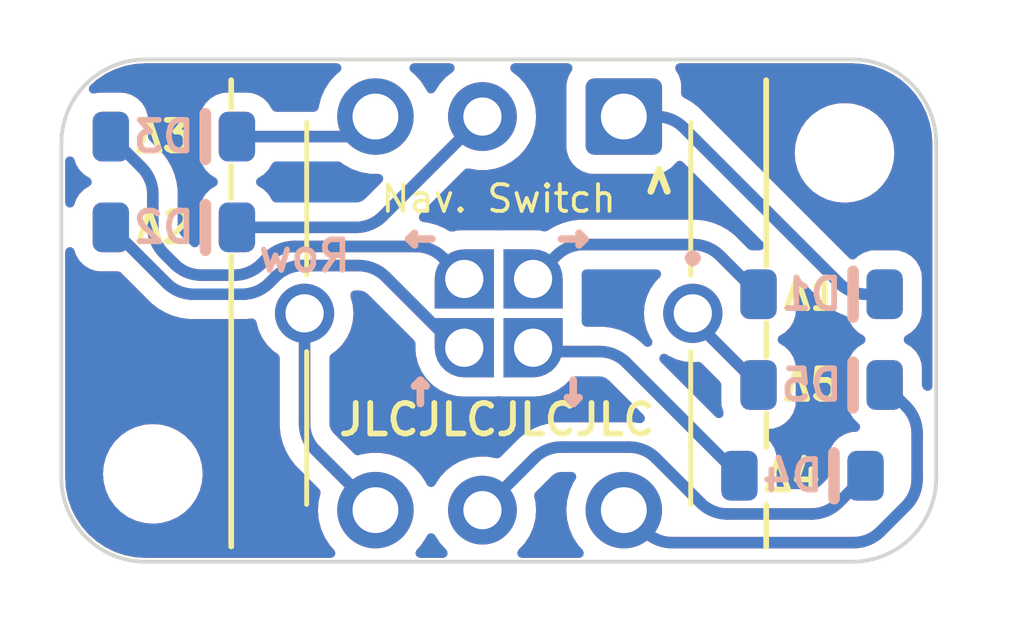
<source format=kicad_pcb>
(kicad_pcb (version 20221018) (generator pcbnew)
  (layers (0 "F.Cu" signal) (31 "B.Cu" signal) (34 "B.Paste" user) (35 "F.Paste" user) (36 "B.SilkS" user "B.Silkscreen") (37 "F.SilkS" user "F.Silkscreen") (38 "B.Mask" user) (39 "F.Mask" user) (44 "Edge.Cuts" user))
  (net 0 "")
  (net 1 "North")
  (net 2 "A")
  (net 3 "West")
  (net 4 "B")
  (net 5 "South")
  (net 6 "C")
  (net 7 "East")
  (net 8 "D")
  (net 9 "Centre")
  (net 10 "Push")
  (net 11 "Row")
  (footprint "_Project_Library:PinHeader_1x01" (layer "F.Cu") (at 153.97 52)
    (fp_text reference "J3" hide)
    (fp_text value "Conn_01x01_Pin" hide)
    (pad "1" thru_hole circle (at 0 0) (size 1.55 1.55) (drill 1) (layers "*.Cu" "B.Mask") (net 11 "Row"))
  )
  (footprint "MountingHole:MountingHole_2.1mm" (layer "F.Cu") (at 150 56.2)
    (fp_text reference "H1" hide)
    (fp_text value "MountingHole" hide)
    (pad "" np_thru_hole circle (at 0 0) (size 2.1 2.1) (drill 2.1) (layers "*.Cu" "*.Mask"))
  )
  (footprint "_Project_Library:PinHeader_2x02" (layer "F.Cu") (at 159.05 52)
    (fp_text reference "J1" hide)
    (fp_text value "Conn_01x06" hide)
    (pad "1" thru_hole roundrect (at 0.9 -0.9) (size 1.55 1.55) (drill 1) (layers "*.Cu" "B.Mask") (roundrect_rratio 0.5) (chamfer_ratio 0) (chamfer top_left bottom_left bottom_right) (net 1 "North"))
    (pad "2" thru_hole roundrect (at -0.9 0.9) (size 1.55 1.55) (drill 1) (layers "*.Cu" "B.Mask") (roundrect_rratio 0.5) (chamfer_ratio 0) (chamfer top_left top_right bottom_right) (net 3 "West"))
    (pad "3" thru_hole roundrect (at -0.9 -0.9) (size 1.55 1.55) (drill 1) (layers "*.Cu" "B.Mask") (roundrect_rratio 0.5) (chamfer_ratio 0) (chamfer top_right bottom_left bottom_right) (net 5 "South"))
    (pad "4" thru_hole roundrect (at 0.9 0.9) (size 1.55 1.55) (drill 1) (layers "*.Cu" "B.Mask") (roundrect_rratio 0.5) (chamfer_ratio 0) (chamfer top_left top_right bottom_left) (net 7 "East"))
  )
  (footprint "MountingHole:MountingHole_2.1mm" (layer "F.Cu") (at 168.1 47.8)
    (fp_text reference "H2" hide)
    (fp_text value "MountingHole" hide)
    (pad "" np_thru_hole circle (at 0 0) (size 2.1 2.1) (drill 2.1) (layers "*.Cu" "*.Mask"))
  )
  (footprint "_Project_Library:D_SOD-123" (layer "F.Cu") (at 167 56.25 180)
    (fp_text reference "Δ4" (at 0.262499 0 180) (layer "F.SilkS") (effects (font (size 0.8 0.8))))
    (fp_text value "D" hide)
    (fp_line (start -0.825 -0.6) (end -0.825 0.6) (stroke (width 0.3)) (layer "F.SilkS"))
    (pad "1" smd roundrect (at -1.65 0 180) (size 0.95 1.3) (layers "F.Cu" "F.Paste" "F.Mask") (net 8 "D"))
    (pad "2" smd roundrect (at 1.65 0 180) (size 0.95 1.3) (layers "F.Cu" "F.Paste" "F.Mask") (net 7 "East"))
  )
  (footprint "_Project_Library:D_SOD-123" (layer "F.Cu") (at 167.5 53.875 180)
    (fp_text reference "Δ5" (at 0.262499 0 180) (layer "F.SilkS") (effects (font (size 0.8 0.8))))
    (fp_text value "D" hide)
    (fp_line (start -0.825 -0.6) (end -0.825 0.6) (stroke (width 0.3)) (layer "F.SilkS"))
    (pad "1" smd roundrect (at -1.65 0 180) (size 0.95 1.3) (layers "F.Cu" "F.Paste" "F.Mask") (net 10 "Push"))
    (pad "2" smd roundrect (at 1.65 0 180) (size 0.95 1.3) (layers "F.Cu" "F.Paste" "F.Mask") (net 9 "Centre"))
  )
  (footprint "_Project_Library:D_SOD-123" (layer "F.Cu") (at 150.55 47.375 180)
    (fp_text reference "Δ3" (at 0.262499 0 180) (layer "F.SilkS") (effects (font (size 0.8 0.8))))
    (fp_text value "D" hide)
    (fp_line (start -0.825 -0.6) (end -0.825 0.6) (stroke (width 0.3)) (layer "F.SilkS"))
    (pad "1" smd roundrect (at -1.65 0 180) (size 0.95 1.3) (layers "F.Cu" "F.Paste" "F.Mask") (net 6 "C"))
    (pad "2" smd roundrect (at 1.65 0 180) (size 0.95 1.3) (layers "F.Cu" "F.Paste" "F.Mask") (net 5 "South"))
  )
  (footprint "_Project_Library:D_SOD-123" (layer "F.Cu") (at 150.55 49.75 180)
    (fp_text reference "Δ2" (at 0.262499 0 180) (layer "F.SilkS") (effects (font (size 0.8 0.8))))
    (fp_text value "D" hide)
    (fp_line (start -0.825 -0.6) (end -0.825 0.6) (stroke (width 0.3)) (layer "F.SilkS"))
    (pad "1" smd roundrect (at -1.65 0 180) (size 0.95 1.3) (layers "F.Cu" "F.Paste" "F.Mask") (net 4 "B"))
    (pad "2" smd roundrect (at 1.65 0 180) (size 0.95 1.3) (layers "F.Cu" "F.Paste" "F.Mask") (net 3 "West"))
  )
  (footprint "_Project_Library:SW_MX_1u_Outline" (layer "F.Cu") (at 159.05 52)
    (fp_text reference "H3" hide)
    (fp_text value "MxOutline" hide)
  )
  (footprint "_Project_Library:D_SOD-123" (layer "F.Cu") (at 167.5 51.5 180)
    (fp_text reference "Δ1" (at 0.262499 0 180) (layer "F.SilkS") (effects (font (size 0.8 0.8))))
    (fp_text value "D" hide)
    (fp_line (start -0.825 -0.6) (end -0.825 0.6) (stroke (width 0.3)) (layer "F.SilkS"))
    (pad "1" smd roundrect (at -1.65 0 180) (size 0.95 1.3) (layers "F.Cu" "F.Paste" "F.Mask") (net 2 "A"))
    (pad "2" smd roundrect (at 1.65 0 180) (size 0.95 1.3) (layers "F.Cu" "F.Paste" "F.Mask") (net 1 "North"))
  )
  (footprint "_Project_Library:PinHeader_1x01" (layer "F.Cu") (at 164.13 52)
    (fp_text reference "J2" hide)
    (fp_text value "Conn_01x01_Pin" hide)
    (pad "1" thru_hole circle (at 0 0) (size 1.55 1.55) (drill 1) (layers "*.Cu" "B.Mask") (net 9 "Centre"))
  )
  (footprint "_Project_Library:Nav_Switch_SKQUAAA010" (layer "F.Cu") (at 159.05 52 -90)
    (fp_text reference "U1" hide)
    (fp_text value "SKQUAAA010" hide)
    (fp_text user "Nav. Switch" (at -3 0 unlocked) (layer "F.SilkS") (effects (font (size 0.7 0.7) (thickness 0.1))))
    (fp_text user "<" (at -4.064 -3.81 -90 unlocked) (layer "F.SilkS") (effects (font (size 0.75 0.75) (thickness 0.18) bold) (justify left bottom)))
    (fp_line (start -5 -5.025) (end -1 -5.025) (stroke (width 0.127)) (layer "F.SilkS"))
    (fp_line (start -5 5.025) (end -1 5.025) (stroke (width 0.127)) (layer "F.SilkS"))
    (fp_line (start 1 -5.025) (end 5 -5.025) (stroke (width 0.127)) (layer "F.SilkS"))
    (fp_line (start 1 5.025) (end 5 5.025) (stroke (width 0.127)) (layer "F.SilkS"))
    (pad "1" thru_hole roundrect (at -5.15 -3.275 270) (size 2 2) (drill 1.2) (layers "*.Cu" "*.Mask") (roundrect_rratio 0.1136363636) (net 2 "A"))
    (pad "2" thru_hole circle (at -5.15 0.425 270) (size 1.8 1.8) (drill 1) (layers "*.Cu" "*.Mask") (net 4 "B"))
    (pad "3" thru_hole circle (at -5.15 3.225 270) (size 2 2) (drill 1.2) (layers "*.Cu" "*.Mask") (net 6 "C"))
    (pad "4" thru_hole circle (at 5.15 3.225 270) (size 2 2) (drill 1.2) (layers "*.Cu" "*.Mask") (net 11 "Row"))
    (pad "5" thru_hole circle (at 5.15 0.425 270) (size 1.8 1.8) (drill 1) (layers "*.Cu" "*.Mask") (net 8 "D"))
    (pad "6" thru_hole circle (at 5.15 -3.275 270) (size 2 2) (drill 1.2) (layers "*.Cu" "*.Mask") (net 10 "Push"))
  )
  (footprint "_Project_Library:D_SOD-123" (layer "B.Cu") (at 150.55 47.375 180)
    (fp_text reference "D3" (at 0.262499 0) (layer "B.SilkS") (effects (font (size 0.8 0.8)) (justify mirror)))
    (fp_text value "D" hide)
    (fp_line (start -0.825 0.6) (end -0.825 -0.6) (stroke (width 0.3)) (layer "B.SilkS"))
    (pad "1" smd roundrect (at -1.65 0 180) (size 0.95 1.3) (layers "B.Cu" "B.Paste" "B.Mask") (net 6 "C"))
    (pad "2" smd roundrect (at 1.65 0 180) (size 0.95 1.3) (layers "B.Cu" "B.Paste" "B.Mask") (net 5 "South"))
  )
  (footprint "_Project_Library:D_SOD-123" (layer "B.Cu") (at 150.55 49.75 180)
    (fp_text reference "D2" (at 0.262499 0) (layer "B.SilkS") (effects (font (size 0.8 0.8)) (justify mirror)))
    (fp_text value "D" hide)
    (fp_line (start -0.825 0.6) (end -0.825 -0.6) (stroke (width 0.3)) (layer "B.SilkS"))
    (pad "1" smd roundrect (at -1.65 0 180) (size 0.95 1.3) (layers "B.Cu" "B.Paste" "B.Mask") (net 4 "B"))
    (pad "2" smd roundrect (at 1.65 0 180) (size 0.95 1.3) (layers "B.Cu" "B.Paste" "B.Mask") (net 3 "West"))
  )
  (footprint "_Project_Library:D_SOD-123" (layer "B.Cu") (at 167 56.25 180)
    (fp_text reference "D4" (at 0.262499 0) (layer "B.SilkS") (effects (font (size 0.8 0.8)) (justify mirror)))
    (fp_text value "D" hide)
    (fp_line (start -0.825 0.6) (end -0.825 -0.6) (stroke (width 0.3)) (layer "B.SilkS"))
    (pad "1" smd roundrect (at -1.65 0 180) (size 0.95 1.3) (layers "B.Cu" "B.Paste" "B.Mask") (net 8 "D"))
    (pad "2" smd roundrect (at 1.65 0 180) (size 0.95 1.3) (layers "B.Cu" "B.Paste" "B.Mask") (net 7 "East"))
  )
  (footprint "_Project_Library:D_SOD-123" (layer "B.Cu") (at 167.5 53.875 180)
    (fp_text reference "D5" (at 0.262499 0) (layer "B.SilkS") (effects (font (size 0.8 0.8)) (justify mirror)))
    (fp_text value "D" hide)
    (fp_line (start -0.825 0.6) (end -0.825 -0.6) (stroke (width 0.3)) (layer "B.SilkS"))
    (pad "1" smd roundrect (at -1.65 0 180) (size 0.95 1.3) (layers "B.Cu" "B.Paste" "B.Mask") (net 10 "Push"))
    (pad "2" smd roundrect (at 1.65 0 180) (size 0.95 1.3) (layers "B.Cu" "B.Paste" "B.Mask") (net 9 "Centre"))
  )
  (footprint "_Project_Library:D_SOD-123" (layer "B.Cu") (at 167.5 51.5 180)
    (fp_text reference "D1" (at 0.262499 0) (layer "B.SilkS") (effects (font (size 0.8 0.8)) (justify mirror)))
    (fp_text value "D" hide)
    (fp_line (start -0.825 0.6) (end -0.825 -0.6) (stroke (width 0.3)) (layer "B.SilkS"))
    (pad "1" smd roundrect (at -1.65 0 180) (size 0.95 1.3) (layers "B.Cu" "B.Paste" "B.Mask") (net 2 "A"))
    (pad "2" smd roundrect (at 1.65 0 180) (size 0.95 1.3) (layers "B.Cu" "B.Paste" "B.Mask") (net 1 "North"))
  )
  (gr_line (start 166.05 55.5) (end 166.05 54.625) (stroke (width 0.15)) (layer "F.SilkS"))
  (gr_line (start 166.05 53.125) (end 166.05 52.25) (stroke (width 0.15)) (layer "F.SilkS"))
  (gr_line (start 152.05 49) (end 152.05 48.125) (stroke (width 0.15)) (layer "F.SilkS"))
  (gr_line (start 152.05 46.625) (end 152.05 45.9) (stroke (width 0.15)) (layer "F.SilkS"))
  (gr_line (start 152.05 58.1) (end 152.05 50.5) (stroke (width 0.15)) (layer "F.SilkS"))
  (gr_line (start 166.05 58.1) (end 166.05 57) (stroke (width 0.15)) (layer "F.SilkS"))
  (gr_line (start 166.05 45.9) (end 166.05 50.75) (stroke (width 0.15)) (layer "F.SilkS"))
  (gr_line (start 149.805635 45.355635) (end 168.3 45.355635) (stroke (width 0.1)) (layer "Edge.Cuts"))
  (gr_line (start 170.5 47.555635) (end 170.5 56.3) (stroke (width 0.1)) (layer "Edge.Cuts"))
  (gr_arc (start 170.5 56.3) (mid 169.855635 57.855635) (end 168.3 58.5) (stroke (width 0.1)) (layer "Edge.Cuts"))
  (gr_arc (start 149.805635 58.5) (mid 148.25 57.855635) (end 147.605635 56.3) (stroke (width 0.1)) (layer "Edge.Cuts"))
  (gr_line (start 147.605635 56.3) (end 147.605635 47.555635) (stroke (width 0.1)) (layer "Edge.Cuts"))
  (gr_arc (start 168.3 45.355635) (mid 169.855635 46) (end 170.5 47.555635) (stroke (width 0.1)) (layer "Edge.Cuts"))
  (gr_line (start 168.3 58.5) (end 149.805635 58.5) (stroke (width 0.1)) (layer "Edge.Cuts"))
  (gr_arc (start 147.605635 47.555635) (mid 148.25 46) (end 149.805635 45.355635) (stroke (width 0.1)) (layer "Edge.Cuts"))
  (gr_text "←" (at 157 50) (layer "B.SilkS") (effects (font (size 0.8 0.8) (thickness 0.2) bold)))
  (gr_text "Row" (at 153.97 50.5) (layer "B.SilkS") (effects (font (size 0.8 0.8) (thickness 0.15) bold) (justify mirror)))
  (gr_text "↑" (at 157 54) (layer "B.SilkS") (effects (font (size 0.8 0.8) (thickness 0.2) bold) (justify mirror)))
  (gr_text "↓" (at 161 54) (layer "B.SilkS") (effects (font (size 0.8 0.8) (thickness 0.2) bold)))
  (gr_text "•" (at 164.13 50.5) (layer "B.SilkS") (effects (font (size 0.8 0.8) (thickness 0.2) bold)))
  (gr_text "→" (at 161 50) (layer "B.SilkS") (effects (font (size 0.8 0.8) (thickness 0.2) bold)))
  (gr_text "JLCJLCJLCJLC" (at 154.790714 55.25) (layer "F.SilkS") (effects (font (size 0.8 0.8) (thickness 0.15) bold) (justify left bottom)))
  (segment (start 160.557107 50.492893) (end 160.05 51) (width 0.3) (layer "F.Cu") (net 1))
  (segment (start 165.85 51.5) (end 164.842893 50.492893) (width 0.3) (layer "F.Cu") (net 1))
  (segment (start 164.135786 50.2) (end 161.264214 50.2) (width 0.3) (layer "F.Cu") (net 1))
  (arc (start 164.842893 50.492893) (mid 164.51847 50.27612) (end 164.135786 50.2) (width 0.3) (layer "F.Cu") (net 1))
  (arc (start 160.557107 50.492893) (mid 160.88153 50.27612) (end 161.264214 50.2) (width 0.3) (layer "F.Cu") (net 1))
  (segment (start 164.135786 50.2) (end 161.264214 50.2) (width 0.3) (layer "B.Cu") (net 1))
  (segment (start 160.557107 50.492893) (end 160.05 51) (width 0.3) (layer "B.Cu") (net 1))
  (segment (start 165.85 51.5) (end 164.842893 50.492893) (width 0.3) (layer "B.Cu") (net 1))
  (arc (start 164.842893 50.492893) (mid 164.51847 50.27612) (end 164.135786 50.2) (width 0.3) (layer "B.Cu") (net 1))
  (arc (start 161.264214 50.2) (mid 160.881531 50.27612) (end 160.557107 50.492893) (width 0.3) (layer "B.Cu") (net 1))
  (segment (start 167.957107 51.207107) (end 163.892893 47.142893) (width 0.3) (layer "F.Cu") (net 2))
  (segment (start 169.15 51.5) (end 168.664214 51.5) (width 0.3) (layer "F.Cu") (net 2))
  (segment (start 163.185786 46.85) (end 162.325 46.85) (width 0.3) (layer "F.Cu") (net 2))
  (arc (start 163.185786 46.85) (mid 163.568469 46.92612) (end 163.892893 47.142893) (width 0.3) (layer "F.Cu") (net 2))
  (arc (start 168.664214 51.5) (mid 168.281531 51.42388) (end 167.957107 51.207107) (width 0.3) (layer "F.Cu") (net 2))
  (segment (start 169.15 51.5) (end 168.664214 51.5) (width 0.3) (layer "B.Cu") (net 2))
  (segment (start 167.957107 51.207107) (end 163.892893 47.142893) (width 0.3) (layer "B.Cu") (net 2))
  (segment (start 163.185786 46.85) (end 162.325 46.85) (width 0.3) (layer "B.Cu") (net 2))
  (arc (start 163.185786 46.85) (mid 163.568469 46.92612) (end 163.892893 47.142893) (width 0.3) (layer "B.Cu") (net 2))
  (arc (start 167.957107 51.207107) (mid 168.28153 51.42388) (end 168.664214 51.5) (width 0.3) (layer "B.Cu") (net 2))
  (segment (start 153.914214 50.75) (end 155.385786 50.75) (width 0.3) (layer "F.Cu") (net 3))
  (segment (start 151.064214 51.5) (end 152.335786 51.5) (width 0.3) (layer "F.Cu") (net 3))
  (segment (start 148.9 49.75) (end 150.357107 51.207107) (width 0.3) (layer "F.Cu") (net 3))
  (segment (start 153.042893 51.207107) (end 153.207107 51.042893) (width 0.3) (layer "F.Cu") (net 3))
  (segment (start 156.092893 51.042893) (end 158.05 53) (width 0.3) (layer "F.Cu") (net 3))
  (arc (start 156.092893 51.042893) (mid 155.76847 50.82612) (end 155.385786 50.75) (width 0.3) (layer "F.Cu") (net 3))
  (arc (start 150.357107 51.207107) (mid 150.68153 51.42388) (end 151.064214 51.5) (width 0.3) (layer "F.Cu") (net 3))
  (arc (start 152.335786 51.5) (mid 152.718469 51.42388) (end 153.042893 51.207107) (width 0.3) (layer "F.Cu") (net 3))
  (arc (start 153.207107 51.042893) (mid 153.53153 50.82612) (end 153.914214 50.75) (width 0.3) (layer "F.Cu") (net 3))
  (segment (start 151.064214 51.5) (end 152.335786 51.5) (width 0.3) (layer "B.Cu") (net 3))
  (segment (start 153.914214 50.75) (end 155.385786 50.75) (width 0.3) (layer "B.Cu") (net 3))
  (segment (start 148.9 49.75) (end 150.357107 51.207107) (width 0.3) (layer "B.Cu") (net 3))
  (segment (start 153.042893 51.207107) (end 153.207107 51.042893) (width 0.3) (layer "B.Cu") (net 3))
  (segment (start 156.092893 51.042893) (end 158.05 53) (width 0.3) (layer "B.Cu") (net 3))
  (arc (start 153.042893 51.207107) (mid 152.71847 51.42388) (end 152.335786 51.5) (width 0.3) (layer "B.Cu") (net 3))
  (arc (start 150.357107 51.207107) (mid 150.68153 51.42388) (end 151.064214 51.5) (width 0.3) (layer "B.Cu") (net 3))
  (arc (start 153.207107 51.042893) (mid 153.53153 50.82612) (end 153.914214 50.75) (width 0.3) (layer "B.Cu") (net 3))
  (arc (start 156.092893 51.042893) (mid 155.76847 50.82612) (end 155.385786 50.75) (width 0.3) (layer "B.Cu") (net 3))
  (segment (start 156.017893 49.457107) (end 158.625 46.85) (width 0.3) (layer "F.Cu") (net 4))
  (segment (start 152.2 49.75) (end 155.310786 49.75) (width 0.3) (layer "F.Cu") (net 4))
  (arc (start 156.017893 49.457107) (mid 155.69347 49.67388) (end 155.310786 49.75) (width 0.3) (layer "F.Cu") (net 4))
  (segment (start 156.017893 49.457107) (end 158.625 46.85) (width 0.3) (layer "B.Cu") (net 4))
  (segment (start 152.2 49.75) (end 155.310786 49.75) (width 0.3) (layer "B.Cu") (net 4))
  (arc (start 155.310786 49.75) (mid 155.693469 49.67388) (end 156.017893 49.457107) (width 0.3) (layer "B.Cu") (net 4))
  (segment (start 152.12868 51) (end 151.27132 51) (width 0.3) (layer "F.Cu") (net 5))
  (segment (start 149.707107 48.182107) (end 148.9 47.375) (width 0.3) (layer "F.Cu") (net 5))
  (segment (start 150 49.72868) (end 150 48.889214) (width 0.3) (layer "F.Cu") (net 5))
  (segment (start 153 50.542894) (end 152.835787 50.707107) (width 0.3) (layer "F.Cu") (net 5))
  (segment (start 156.885786 50.25) (end 153.707107 50.25) (width 0.3) (layer "F.Cu") (net 5))
  (segment (start 150.564213 50.707107) (end 150.292893 50.435787) (width 0.3) (layer "F.Cu") (net 5))
  (segment (start 158.05 51) (end 157.592893 50.542893) (width 0.3) (layer "F.Cu") (net 5))
  (arc (start 151.27132 51) (mid 150.888637 50.92388) (end 150.564213 50.707107) (width 0.3) (layer "F.Cu") (net 5))
  (arc (start 156.885786 50.25) (mid 157.268469 50.32612) (end 157.592893 50.542893) (width 0.3) (layer "F.Cu") (net 5))
  (arc (start 152.835787 50.707107) (mid 152.511364 50.92388) (end 152.12868 51) (width 0.3) (layer "F.Cu") (net 5))
  (arc (start 150 48.889214) (mid 149.92388 48.506531) (end 149.707107 48.182107) (width 0.3) (layer "F.Cu") (net 5))
  (arc (start 150 49.72868) (mid 150.07612 50.111363) (end 150.292893 50.435787) (width 0.3) (layer "F.Cu") (net 5))
  (arc (start 153.707107 50.25) (mid 153.324423 50.326121) (end 153 50.542894) (width 0.3) (layer "F.Cu") (net 5))
  (segment (start 150.292893 50.435787) (end 150.564213 50.707107) (width 0.3) (layer "B.Cu") (net 5))
  (segment (start 157.592893 50.542893) (end 158.05 51) (width 0.3) (layer "B.Cu") (net 5))
  (segment (start 148.9 47.375) (end 149.707107 48.182107) (width 0.3) (layer "B.Cu") (net 5))
  (segment (start 153.707108 50.25) (end 156.885786 50.25) (width 0.3) (layer "B.Cu") (net 5))
  (segment (start 151.27132 51) (end 152.12868 51) (width 0.3) (layer "B.Cu") (net 5))
  (segment (start 150 48.889214) (end 150 49.72868) (width 0.3) (layer "B.Cu") (net 5))
  (segment (start 152.835787 50.707107) (end 153.000001 50.542893) (width 0.3) (layer "B.Cu") (net 5))
  (arc (start 153.000001 50.542893) (mid 153.324424 50.32612) (end 153.707108 50.25) (width 0.3) (layer "B.Cu") (net 5))
  (arc (start 150 48.889214) (mid 149.92388 48.506531) (end 149.707107 48.182107) (width 0.3) (layer "B.Cu") (net 5))
  (arc (start 150.564213 50.707107) (mid 150.888636 50.92388) (end 151.27132 51) (width 0.3) (layer "B.Cu") (net 5))
  (arc (start 156.885786 50.25) (mid 157.268469 50.32612) (end 157.592893 50.542893) (width 0.3) (layer "B.Cu") (net 5))
  (arc (start 150.292893 50.435787) (mid 150.07612 50.111364) (end 150 49.72868) (width 0.3) (layer "B.Cu") (net 5))
  (arc (start 152.835787 50.707107) (mid 152.511364 50.92388) (end 152.12868 51) (width 0.3) (layer "B.Cu") (net 5))
  (segment (start 152.2 47.375) (end 155.3 47.375) (width 0.3) (layer "F.Cu") (net 6))
  (segment (start 152.2 47.375) (end 155.3 47.375) (width 0.3) (layer "B.Cu") (net 6))
  (segment (start 161.685786 53) (end 160.05 53) (width 0.3) (layer "F.Cu") (net 7))
  (segment (start 165.35 56.25) (end 162.392893 53.292893) (width 0.3) (layer "F.Cu") (net 7))
  (arc (start 161.685786 53) (mid 162.068469 53.07612) (end 162.392893 53.292893) (width 0.3) (layer "F.Cu") (net 7))
  (segment (start 162.392893 53.292893) (end 165.35 56.25) (width 0.3) (layer "B.Cu") (net 7))
  (segment (start 160.05 53) (end 161.685786 53) (width 0.3) (layer "B.Cu") (net 7))
  (arc (start 161.685786 53) (mid 162.068469 53.07612) (end 162.392893 53.292893) (width 0.3) (layer "B.Cu") (net 7))
  (segment (start 159.982107 55.792893) (end 158.625 57.15) (width 0.3) (layer "F.Cu") (net 8))
  (segment (start 164.332107 56.957107) (end 163.167893 55.792893) (width 0.3) (layer "F.Cu") (net 8))
  (segment (start 167.235786 57.25) (end 165.039214 57.25) (width 0.3) (layer "F.Cu") (net 8))
  (segment (start 162.460786 55.5) (end 160.689214 55.5) (width 0.3) (layer "F.Cu") (net 8))
  (segment (start 168.65 56.25) (end 167.942893 56.957107) (width 0.3) (layer "F.Cu") (net 8))
  (arc (start 162.460786 55.5) (mid 162.843469 55.57612) (end 163.167893 55.792893) (width 0.3) (layer "F.Cu") (net 8))
  (arc (start 165.039214 57.25) (mid 164.656531 57.17388) (end 164.332107 56.957107) (width 0.3) (layer "F.Cu") (net 8))
  (arc (start 159.982107 55.792893) (mid 160.30653 55.57612) (end 160.689214 55.5) (width 0.3) (layer "F.Cu") (net 8))
  (arc (start 167.942893 56.957107) (mid 167.61847 57.17388) (end 167.235786 57.25) (width 0.3) (layer "F.Cu") (net 8))
  (segment (start 159.982107 55.792893) (end 158.625 57.15) (width 0.3) (layer "B.Cu") (net 8))
  (segment (start 164.332107 56.957107) (end 163.167893 55.792893) (width 0.3) (layer "B.Cu") (net 8))
  (segment (start 168.65 56.25) (end 167.942893 56.957107) (width 0.3) (layer "B.Cu") (net 8))
  (segment (start 162.460786 55.5) (end 160.689214 55.5) (width 0.3) (layer "B.Cu") (net 8))
  (segment (start 167.235786 57.25) (end 165.039214 57.25) (width 0.3) (layer "B.Cu") (net 8))
  (arc (start 163.167893 55.792893) (mid 162.84347 55.57612) (end 162.460786 55.5) (width 0.3) (layer "B.Cu") (net 8))
  (arc (start 165.039214 57.25) (mid 164.656531 57.17388) (end 164.332107 56.957107) (width 0.3) (layer "B.Cu") (net 8))
  (arc (start 167.942893 56.957107) (mid 167.61847 57.17388) (end 167.235786 57.25) (width 0.3) (layer "B.Cu") (net 8))
  (arc (start 159.982107 55.792893) (mid 160.30653 55.57612) (end 160.689214 55.5) (width 0.3) (layer "B.Cu") (net 8))
  (segment (start 165.85 53.875) (end 164.13 52.155) (width 0.3) (layer "F.Cu") (net 9))
  (segment (start 165.85 53.875) (end 164.13 52.155) (width 0.3) (layer "B.Cu") (net 9))
  (segment (start 163.589214 58) (end 168.335786 58) (width 0.3) (layer "F.Cu") (net 10))
  (segment (start 169.042893 57.707107) (end 169.707107 57.042893) (width 0.3) (layer "F.Cu") (net 10))
  (segment (start 170 56.335786) (end 170 55.139214) (width 0.3) (layer "F.Cu") (net 10))
  (segment (start 169.707107 54.432107) (end 169.15 53.875) (width 0.3) (layer "F.Cu") (net 10))
  (arc (start 168.335786 58) (mid 168.718469 57.92388) (end 169.042893 57.707107) (width 0.3) (layer "F.Cu") (net 10))
  (arc (start 170 55.139214) (mid 169.92388 54.756531) (end 169.707107 54.432107) (width 0.3) (layer "F.Cu") (net 10))
  (arc (start 169.707107 57.042893) (mid 169.92388 56.71847) (end 170 56.335786) (width 0.3) (layer "F.Cu") (net 10))
  (arc (start 163.589214 58) (mid 163.206531 57.92388) (end 162.882107 57.707107) (width 0.3) (layer "F.Cu") (net 10))
  (segment (start 169.042893 57.707107) (end 169.707107 57.042893) (width 0.3) (layer "B.Cu") (net 10))
  (segment (start 169.707107 54.432107) (end 169.15 53.875) (width 0.3) (layer "B.Cu") (net 10))
  (segment (start 163.589214 58) (end 168.335786 58) (width 0.3) (layer "B.Cu") (net 10))
  (segment (start 170 56.335786) (end 170 55.139214) (width 0.3) (layer "B.Cu") (net 10))
  (arc (start 170 56.335786) (mid 169.92388 56.718469) (end 169.707107 57.042893) (width 0.3) (layer "B.Cu") (net 10))
  (arc (start 168.335786 58) (mid 168.718469 57.92388) (end 169.042893 57.707107) (width 0.3) (layer "B.Cu") (net 10))
  (arc (start 163.589214 58) (mid 163.206531 57.92388) (end 162.882107 57.707107) (width 0.3) (layer "B.Cu") (net 10))
  (arc (start 169.707107 54.432107) (mid 169.92388 54.75653) (end 170 55.139214) (width 0.3) (layer "B.Cu") (net 10))
  (segment (start 154.262893 55.587893) (end 155.825 57.15) (width 0.3) (layer "F.Cu") (net 11))
  (segment (start 153.97 52) (end 153.97 54.880786) (width 0.3) (layer "F.Cu") (net 11))
  (arc (start 153.97 54.880786) (mid 154.04612 55.263469) (end 154.262893 55.587893) (width 0.3) (layer "F.Cu") (net 11))
  (segment (start 154.262893 55.587893) (end 155.825 57.15) (width 0.3) (layer "B.Cu") (net 11))
  (segment (start 153.97 52) (end 153.97 54.880786) (width 0.3) (layer "B.Cu") (net 11))
  (arc (start 153.97 54.880786) (mid 154.04612 55.263469) (end 154.262893 55.587893) (width 0.3) (layer "B.Cu") (net 11))
  (zone (net 0) (net_name "") (layers "F&B.Cu") (connect_pads (clearance 0.5)) (min_thickness 0.25) (fill yes (thermal_gap 0.5) (thermal_bridge_width 0.5))
    (polygon (pts (xy 146 43.8) (xy 172.8 43.8) (xy 172.8 60.1) (xy 146 60.1)))
  )
)
</source>
